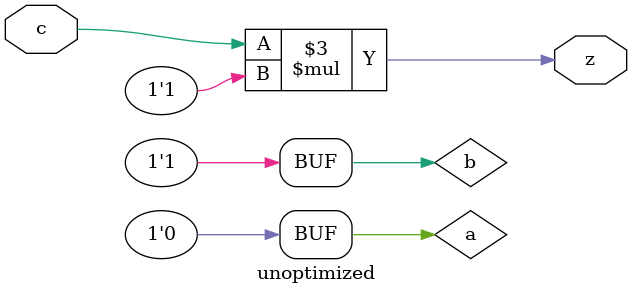
<source format=v>
module unoptimized
#(  parameter       BW = 64)
(
    input  c,
    output z
);
    assign a = 2;
    assign b = (a * 32) + 3;
    assign z = c * b;
endmodule

</source>
